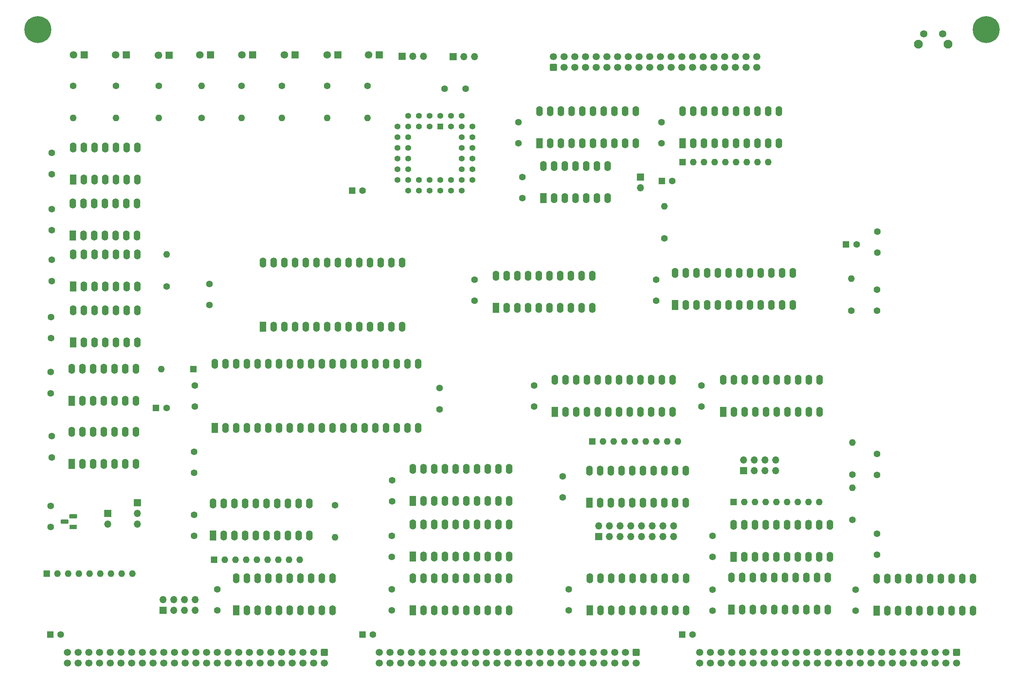
<source format=gbr>
%TF.GenerationSoftware,KiCad,Pcbnew,(6.0.11)*%
%TF.CreationDate,2023-11-12T10:31:32-06:00*%
%TF.ProjectId,processor.65816,70726f63-6573-4736-9f72-2e3635383136,v0.81*%
%TF.SameCoordinates,Original*%
%TF.FileFunction,Soldermask,Top*%
%TF.FilePolarity,Negative*%
%FSLAX46Y46*%
G04 Gerber Fmt 4.6, Leading zero omitted, Abs format (unit mm)*
G04 Created by KiCad (PCBNEW (6.0.11)) date 2023-11-12 10:31:32*
%MOMM*%
%LPD*%
G01*
G04 APERTURE LIST*
G04 Aperture macros list*
%AMRoundRect*
0 Rectangle with rounded corners*
0 $1 Rounding radius*
0 $2 $3 $4 $5 $6 $7 $8 $9 X,Y pos of 4 corners*
0 Add a 4 corners polygon primitive as box body*
4,1,4,$2,$3,$4,$5,$6,$7,$8,$9,$2,$3,0*
0 Add four circle primitives for the rounded corners*
1,1,$1+$1,$2,$3*
1,1,$1+$1,$4,$5*
1,1,$1+$1,$6,$7*
1,1,$1+$1,$8,$9*
0 Add four rect primitives between the rounded corners*
20,1,$1+$1,$2,$3,$4,$5,0*
20,1,$1+$1,$4,$5,$6,$7,0*
20,1,$1+$1,$6,$7,$8,$9,0*
20,1,$1+$1,$8,$9,$2,$3,0*%
G04 Aperture macros list end*
%ADD10RoundRect,0.250000X-0.600000X0.600000X-0.600000X-0.600000X0.600000X-0.600000X0.600000X0.600000X0*%
%ADD11C,1.700000*%
%ADD12C,1.600000*%
%ADD13R,1.600000X1.600000*%
%ADD14R,1.800000X1.800000*%
%ADD15C,1.800000*%
%ADD16O,1.600000X1.600000*%
%ADD17R,1.600000X2.400000*%
%ADD18O,1.600000X2.400000*%
%ADD19R,1.800000X1.100000*%
%ADD20RoundRect,0.275000X0.625000X-0.275000X0.625000X0.275000X-0.625000X0.275000X-0.625000X-0.275000X0*%
%ADD21C,6.400000*%
%ADD22R,1.700000X1.700000*%
%ADD23O,1.700000X1.700000*%
%ADD24RoundRect,0.250000X0.600000X-0.600000X0.600000X0.600000X-0.600000X0.600000X-0.600000X-0.600000X0*%
%ADD25R,1.422400X1.422400*%
%ADD26C,1.422400*%
%ADD27C,2.100000*%
%ADD28C,1.750000*%
G04 APERTURE END LIST*
D10*
%TO.C,P1*%
X108000000Y-223000000D03*
D11*
X108000000Y-225540000D03*
X105460000Y-223000000D03*
X105460000Y-225540000D03*
X102920000Y-223000000D03*
X102920000Y-225540000D03*
X100380000Y-223000000D03*
X100380000Y-225540000D03*
X97840000Y-223000000D03*
X97840000Y-225540000D03*
X95300000Y-223000000D03*
X95300000Y-225540000D03*
X92760000Y-223000000D03*
X92760000Y-225540000D03*
X90220000Y-223000000D03*
X90220000Y-225540000D03*
X87680000Y-223000000D03*
X87680000Y-225540000D03*
X85140000Y-223000000D03*
X85140000Y-225540000D03*
X82600000Y-223000000D03*
X82600000Y-225540000D03*
X80060000Y-223000000D03*
X80060000Y-225540000D03*
X77520000Y-223000000D03*
X77520000Y-225540000D03*
X74980000Y-223000000D03*
X74980000Y-225540000D03*
X72440000Y-223000000D03*
X72440000Y-225540000D03*
X69900000Y-223000000D03*
X69900000Y-225540000D03*
X67360000Y-223000000D03*
X67360000Y-225540000D03*
X64820000Y-223000000D03*
X64820000Y-225540000D03*
X62280000Y-223000000D03*
X62280000Y-225540000D03*
X59740000Y-223000000D03*
X59740000Y-225540000D03*
X57200000Y-223000000D03*
X57200000Y-225540000D03*
X54660000Y-223000000D03*
X54660000Y-225540000D03*
X52120000Y-223000000D03*
X52120000Y-225540000D03*
X49580000Y-223000000D03*
X49580000Y-225540000D03*
X47040000Y-223000000D03*
X47040000Y-225540000D03*
%TD*%
D12*
%TO.C,C2*%
X124000000Y-208000000D03*
X124000000Y-213000000D03*
%TD*%
%TO.C,C3*%
X43255000Y-129710000D03*
X43255000Y-134710000D03*
%TD*%
%TO.C,C4*%
X157750000Y-159550000D03*
X157750000Y-164550000D03*
%TD*%
%TO.C,C5*%
X77075000Y-190300000D03*
X77075000Y-195300000D03*
%TD*%
%TO.C,C6*%
X43000000Y-156380000D03*
X43000000Y-161380000D03*
%TD*%
%TO.C,C8*%
X166000000Y-208000000D03*
X166000000Y-213000000D03*
%TD*%
%TO.C,C9*%
X200075000Y-195250000D03*
X200075000Y-200250000D03*
%TD*%
%TO.C,C10*%
X43255000Y-171620000D03*
X43255000Y-176620000D03*
%TD*%
%TO.C,C11*%
X43255000Y-117645000D03*
X43255000Y-122645000D03*
%TD*%
%TO.C,C14*%
X239250000Y-123000000D03*
X239250000Y-128000000D03*
%TD*%
%TO.C,C15*%
X143600000Y-134400000D03*
X143600000Y-139400000D03*
%TD*%
D13*
%TO.C,C25*%
X42929600Y-218750000D03*
D12*
X45429600Y-218750000D03*
%TD*%
D13*
%TO.C,C26*%
X68019900Y-164900000D03*
D12*
X70519900Y-164900000D03*
%TD*%
%TO.C,C17*%
X80720000Y-135390000D03*
X80720000Y-140390000D03*
%TD*%
%TO.C,C20*%
X124000000Y-195300000D03*
X124000000Y-200300000D03*
%TD*%
%TO.C,C21*%
X77075000Y-175300000D03*
X77075000Y-180300000D03*
%TD*%
%TO.C,C22*%
X164540000Y-181145000D03*
X164540000Y-186145000D03*
%TD*%
%TO.C,C23*%
X135330000Y-165190000D03*
X135330000Y-160190000D03*
%TD*%
D13*
%TO.C,C27*%
X117000000Y-218750000D03*
D12*
X119500000Y-218750000D03*
%TD*%
D13*
%TO.C,C28*%
X192884700Y-218750000D03*
D12*
X195384700Y-218750000D03*
%TD*%
D13*
%TO.C,C29*%
X188044900Y-111000000D03*
D12*
X190544900Y-111000000D03*
%TD*%
D14*
%TO.C,D4*%
X81000000Y-81000000D03*
D15*
X78460000Y-81000000D03*
%TD*%
D14*
%TO.C,D5*%
X61000000Y-81000000D03*
D15*
X58460000Y-81000000D03*
%TD*%
D13*
%TO.C,D6*%
X76910000Y-155705000D03*
D16*
X69290000Y-155705000D03*
%TD*%
D14*
%TO.C,D1*%
X91000000Y-81000000D03*
D15*
X88460000Y-81000000D03*
%TD*%
D14*
%TO.C,D2*%
X101000000Y-81000000D03*
D15*
X98460000Y-81000000D03*
%TD*%
D12*
%TO.C,R5*%
X68655000Y-88395000D03*
D16*
X68655000Y-96015000D03*
%TD*%
D12*
%TO.C,R6*%
X58495000Y-88395000D03*
D16*
X58495000Y-96015000D03*
%TD*%
D17*
%TO.C,U4*%
X48000000Y-163200000D03*
D18*
X50540000Y-163200000D03*
X53080000Y-163200000D03*
X55620000Y-163200000D03*
X58160000Y-163200000D03*
X60700000Y-163200000D03*
X63240000Y-163200000D03*
X63240000Y-155580000D03*
X60700000Y-155580000D03*
X58160000Y-155580000D03*
X55620000Y-155580000D03*
X53080000Y-155580000D03*
X50540000Y-155580000D03*
X48000000Y-155580000D03*
%TD*%
D17*
%TO.C,U5*%
X128975000Y-200200000D03*
D18*
X131515000Y-200200000D03*
X134055000Y-200200000D03*
X136595000Y-200200000D03*
X139135000Y-200200000D03*
X141675000Y-200200000D03*
X144215000Y-200200000D03*
X146755000Y-200200000D03*
X149295000Y-200200000D03*
X151835000Y-200200000D03*
X151835000Y-192580000D03*
X149295000Y-192580000D03*
X146755000Y-192580000D03*
X144215000Y-192580000D03*
X141675000Y-192580000D03*
X139135000Y-192580000D03*
X136595000Y-192580000D03*
X134055000Y-192580000D03*
X131515000Y-192580000D03*
X128975000Y-192580000D03*
%TD*%
D17*
%TO.C,U6*%
X81575000Y-195200000D03*
D18*
X84115000Y-195200000D03*
X86655000Y-195200000D03*
X89195000Y-195200000D03*
X91735000Y-195200000D03*
X94275000Y-195200000D03*
X96815000Y-195200000D03*
X99355000Y-195200000D03*
X101895000Y-195200000D03*
X104435000Y-195200000D03*
X104435000Y-187580000D03*
X101895000Y-187580000D03*
X99355000Y-187580000D03*
X96815000Y-187580000D03*
X94275000Y-187580000D03*
X91735000Y-187580000D03*
X89195000Y-187580000D03*
X86655000Y-187580000D03*
X84115000Y-187580000D03*
X81575000Y-187580000D03*
%TD*%
D17*
%TO.C,U8*%
X171000000Y-213000000D03*
D18*
X173540000Y-213000000D03*
X176080000Y-213000000D03*
X178620000Y-213000000D03*
X181160000Y-213000000D03*
X183700000Y-213000000D03*
X186240000Y-213000000D03*
X188780000Y-213000000D03*
X191320000Y-213000000D03*
X193860000Y-213000000D03*
X193860000Y-205380000D03*
X191320000Y-205380000D03*
X188780000Y-205380000D03*
X186240000Y-205380000D03*
X183700000Y-205380000D03*
X181160000Y-205380000D03*
X178620000Y-205380000D03*
X176080000Y-205380000D03*
X173540000Y-205380000D03*
X171000000Y-205380000D03*
%TD*%
D19*
%TO.C,U15*%
X48400000Y-193200000D03*
D20*
X46330000Y-191930000D03*
X48400000Y-190660000D03*
%TD*%
D17*
%TO.C,U1*%
X128975000Y-213000000D03*
D18*
X131515000Y-213000000D03*
X134055000Y-213000000D03*
X136595000Y-213000000D03*
X139135000Y-213000000D03*
X141675000Y-213000000D03*
X144215000Y-213000000D03*
X146755000Y-213000000D03*
X149295000Y-213000000D03*
X151835000Y-213000000D03*
X151835000Y-205380000D03*
X149295000Y-205380000D03*
X146755000Y-205380000D03*
X144215000Y-205380000D03*
X141675000Y-205380000D03*
X139135000Y-205380000D03*
X136595000Y-205380000D03*
X134055000Y-205380000D03*
X131515000Y-205380000D03*
X128975000Y-205380000D03*
%TD*%
D10*
%TO.C,P2*%
X182000000Y-223000000D03*
D11*
X182000000Y-225540000D03*
X179460000Y-223000000D03*
X179460000Y-225540000D03*
X176920000Y-223000000D03*
X176920000Y-225540000D03*
X174380000Y-223000000D03*
X174380000Y-225540000D03*
X171840000Y-223000000D03*
X171840000Y-225540000D03*
X169300000Y-223000000D03*
X169300000Y-225540000D03*
X166760000Y-223000000D03*
X166760000Y-225540000D03*
X164220000Y-223000000D03*
X164220000Y-225540000D03*
X161680000Y-223000000D03*
X161680000Y-225540000D03*
X159140000Y-223000000D03*
X159140000Y-225540000D03*
X156600000Y-223000000D03*
X156600000Y-225540000D03*
X154060000Y-223000000D03*
X154060000Y-225540000D03*
X151520000Y-223000000D03*
X151520000Y-225540000D03*
X148980000Y-223000000D03*
X148980000Y-225540000D03*
X146440000Y-223000000D03*
X146440000Y-225540000D03*
X143900000Y-223000000D03*
X143900000Y-225540000D03*
X141360000Y-223000000D03*
X141360000Y-225540000D03*
X138820000Y-223000000D03*
X138820000Y-225540000D03*
X136280000Y-223000000D03*
X136280000Y-225540000D03*
X133740000Y-223000000D03*
X133740000Y-225540000D03*
X131200000Y-223000000D03*
X131200000Y-225540000D03*
X128660000Y-223000000D03*
X128660000Y-225540000D03*
X126120000Y-223000000D03*
X126120000Y-225540000D03*
X123580000Y-223000000D03*
X123580000Y-225540000D03*
X121040000Y-223000000D03*
X121040000Y-225540000D03*
%TD*%
D21*
%TO.C,H2*%
X265000000Y-75000000D03*
%TD*%
D13*
%TO.C,RN1*%
X81800000Y-201000000D03*
D16*
X84340000Y-201000000D03*
X86880000Y-201000000D03*
X89420000Y-201000000D03*
X91960000Y-201000000D03*
X94500000Y-201000000D03*
X97040000Y-201000000D03*
X99580000Y-201000000D03*
X102120000Y-201000000D03*
%TD*%
D17*
%TO.C,U11*%
X87075000Y-213025000D03*
D18*
X89615000Y-213025000D03*
X92155000Y-213025000D03*
X94695000Y-213025000D03*
X97235000Y-213025000D03*
X99775000Y-213025000D03*
X102315000Y-213025000D03*
X104855000Y-213025000D03*
X107395000Y-213025000D03*
X109935000Y-213025000D03*
X109935000Y-205405000D03*
X107395000Y-205405000D03*
X104855000Y-205405000D03*
X102315000Y-205405000D03*
X99775000Y-205405000D03*
X97235000Y-205405000D03*
X94695000Y-205405000D03*
X92155000Y-205405000D03*
X89615000Y-205405000D03*
X87075000Y-205405000D03*
%TD*%
D12*
%TO.C,C19*%
X43000000Y-188200000D03*
X43000000Y-193200000D03*
%TD*%
%TO.C,C18*%
X43125000Y-143300000D03*
X43125000Y-148300000D03*
%TD*%
%TO.C,C12*%
X77250000Y-159550000D03*
X77250000Y-164550000D03*
%TD*%
%TO.C,C16*%
X82575000Y-208025000D03*
X82575000Y-213025000D03*
%TD*%
D17*
%TO.C,U3*%
X48000000Y-178200000D03*
D18*
X50540000Y-178200000D03*
X53080000Y-178200000D03*
X55620000Y-178200000D03*
X58160000Y-178200000D03*
X60700000Y-178200000D03*
X63240000Y-178200000D03*
X63240000Y-170580000D03*
X60700000Y-170580000D03*
X58160000Y-170580000D03*
X55620000Y-170580000D03*
X53080000Y-170580000D03*
X50540000Y-170580000D03*
X48000000Y-170580000D03*
%TD*%
D21*
%TO.C,H1*%
X40000000Y-75000000D03*
%TD*%
D14*
%TO.C,D7*%
X51000000Y-81000000D03*
D15*
X48460000Y-81000000D03*
%TD*%
D10*
%TO.C,P3*%
X258000000Y-223000000D03*
D11*
X258000000Y-225540000D03*
X255460000Y-223000000D03*
X255460000Y-225540000D03*
X252920000Y-223000000D03*
X252920000Y-225540000D03*
X250380000Y-223000000D03*
X250380000Y-225540000D03*
X247840000Y-223000000D03*
X247840000Y-225540000D03*
X245300000Y-223000000D03*
X245300000Y-225540000D03*
X242760000Y-223000000D03*
X242760000Y-225540000D03*
X240220000Y-223000000D03*
X240220000Y-225540000D03*
X237680000Y-223000000D03*
X237680000Y-225540000D03*
X235140000Y-223000000D03*
X235140000Y-225540000D03*
X232600000Y-223000000D03*
X232600000Y-225540000D03*
X230060000Y-223000000D03*
X230060000Y-225540000D03*
X227520000Y-223000000D03*
X227520000Y-225540000D03*
X224980000Y-223000000D03*
X224980000Y-225540000D03*
X222440000Y-223000000D03*
X222440000Y-225540000D03*
X219900000Y-223000000D03*
X219900000Y-225540000D03*
X217360000Y-223000000D03*
X217360000Y-225540000D03*
X214820000Y-223000000D03*
X214820000Y-225540000D03*
X212280000Y-223000000D03*
X212280000Y-225540000D03*
X209740000Y-223000000D03*
X209740000Y-225540000D03*
X207200000Y-223000000D03*
X207200000Y-225540000D03*
X204660000Y-223000000D03*
X204660000Y-225540000D03*
X202120000Y-223000000D03*
X202120000Y-225540000D03*
X199580000Y-223000000D03*
X199580000Y-225540000D03*
X197040000Y-223000000D03*
X197040000Y-225540000D03*
%TD*%
D17*
%TO.C,U13*%
X48255000Y-123875000D03*
D18*
X50795000Y-123875000D03*
X53335000Y-123875000D03*
X55875000Y-123875000D03*
X58415000Y-123875000D03*
X60955000Y-123875000D03*
X63495000Y-123875000D03*
X63495000Y-116255000D03*
X60955000Y-116255000D03*
X58415000Y-116255000D03*
X55875000Y-116255000D03*
X53335000Y-116255000D03*
X50795000Y-116255000D03*
X48255000Y-116255000D03*
%TD*%
D12*
%TO.C,C36*%
X188000000Y-97000000D03*
X188000000Y-102000000D03*
%TD*%
%TO.C,C38*%
X124075000Y-182050000D03*
X124075000Y-187050000D03*
%TD*%
D13*
%TO.C,C46*%
X114544900Y-113250000D03*
D12*
X117044900Y-113250000D03*
%TD*%
D14*
%TO.C,D8*%
X121000000Y-81000000D03*
D15*
X118460000Y-81000000D03*
%TD*%
D17*
%TO.C,U19*%
X93430000Y-145550000D03*
D18*
X95970000Y-145550000D03*
X98510000Y-145550000D03*
X101050000Y-145550000D03*
X103590000Y-145550000D03*
X106130000Y-145550000D03*
X108670000Y-145550000D03*
X111210000Y-145550000D03*
X113750000Y-145550000D03*
X116290000Y-145550000D03*
X118830000Y-145550000D03*
X121370000Y-145550000D03*
X123910000Y-145550000D03*
X126450000Y-145550000D03*
X126450000Y-130310000D03*
X123910000Y-130310000D03*
X121370000Y-130310000D03*
X118830000Y-130310000D03*
X116290000Y-130310000D03*
X113750000Y-130310000D03*
X111210000Y-130310000D03*
X108670000Y-130310000D03*
X106130000Y-130310000D03*
X103590000Y-130310000D03*
X101050000Y-130310000D03*
X98510000Y-130310000D03*
X95970000Y-130310000D03*
X93430000Y-130310000D03*
%TD*%
D17*
%TO.C,U7*%
X48335000Y-149355000D03*
D18*
X50875000Y-149355000D03*
X53415000Y-149355000D03*
X55955000Y-149355000D03*
X58495000Y-149355000D03*
X61035000Y-149355000D03*
X63575000Y-149355000D03*
X63575000Y-141735000D03*
X61035000Y-141735000D03*
X58495000Y-141735000D03*
X55955000Y-141735000D03*
X53415000Y-141735000D03*
X50875000Y-141735000D03*
X48335000Y-141735000D03*
%TD*%
D13*
%TO.C,C1*%
X231794900Y-126000000D03*
D12*
X234294900Y-126000000D03*
%TD*%
D14*
%TO.C,D9*%
X111180000Y-81000000D03*
D15*
X108640000Y-81000000D03*
%TD*%
D22*
%TO.C,JP7*%
X69700000Y-213025000D03*
D23*
X69700000Y-210485000D03*
X72240000Y-213025000D03*
X72240000Y-210485000D03*
X74780000Y-213025000D03*
X74780000Y-210485000D03*
X77320000Y-213025000D03*
X77320000Y-210485000D03*
%TD*%
D13*
%TO.C,RN4*%
X42075000Y-204250000D03*
D16*
X44615000Y-204250000D03*
X47155000Y-204250000D03*
X49695000Y-204250000D03*
X52235000Y-204250000D03*
X54775000Y-204250000D03*
X57315000Y-204250000D03*
X59855000Y-204250000D03*
X62395000Y-204250000D03*
%TD*%
D24*
%TO.C,J11*%
X162370000Y-83947500D03*
D11*
X162370000Y-81407500D03*
X164910000Y-83947500D03*
X164910000Y-81407500D03*
X167450000Y-83947500D03*
X167450000Y-81407500D03*
X169990000Y-83947500D03*
X169990000Y-81407500D03*
X172530000Y-83947500D03*
X172530000Y-81407500D03*
X175070000Y-83947500D03*
X175070000Y-81407500D03*
X177610000Y-83947500D03*
X177610000Y-81407500D03*
X180150000Y-83947500D03*
X180150000Y-81407500D03*
X182690000Y-83947500D03*
X182690000Y-81407500D03*
X185230000Y-83947500D03*
X185230000Y-81407500D03*
X187770000Y-83947500D03*
X187770000Y-81407500D03*
X190310000Y-83947500D03*
X190310000Y-81407500D03*
X192850000Y-83947500D03*
X192850000Y-81407500D03*
X195390000Y-83947500D03*
X195390000Y-81407500D03*
X197930000Y-83947500D03*
X197930000Y-81407500D03*
X200470000Y-83947500D03*
X200470000Y-81407500D03*
X203010000Y-83947500D03*
X203010000Y-81407500D03*
X205550000Y-83947500D03*
X205550000Y-81407500D03*
X208090000Y-83947500D03*
X208090000Y-81407500D03*
X210630000Y-83947500D03*
X210630000Y-81407500D03*
%TD*%
D13*
%TO.C,RN5*%
X193000000Y-106500000D03*
D16*
X195540000Y-106500000D03*
X198080000Y-106500000D03*
X200620000Y-106500000D03*
X203160000Y-106500000D03*
X205700000Y-106500000D03*
X208240000Y-106500000D03*
X210780000Y-106500000D03*
X213320000Y-106500000D03*
%TD*%
D17*
%TO.C,U31*%
X193000000Y-102000000D03*
D18*
X195540000Y-102000000D03*
X198080000Y-102000000D03*
X200620000Y-102000000D03*
X203160000Y-102000000D03*
X205700000Y-102000000D03*
X208240000Y-102000000D03*
X210780000Y-102000000D03*
X213320000Y-102000000D03*
X215860000Y-102000000D03*
X215860000Y-94380000D03*
X213320000Y-94380000D03*
X210780000Y-94380000D03*
X208240000Y-94380000D03*
X205700000Y-94380000D03*
X203160000Y-94380000D03*
X200620000Y-94380000D03*
X198080000Y-94380000D03*
X195540000Y-94380000D03*
X193000000Y-94380000D03*
%TD*%
D17*
%TO.C,U33*%
X159000000Y-102000000D03*
D18*
X161540000Y-102000000D03*
X164080000Y-102000000D03*
X166620000Y-102000000D03*
X169160000Y-102000000D03*
X171700000Y-102000000D03*
X174240000Y-102000000D03*
X176780000Y-102000000D03*
X179320000Y-102000000D03*
X181860000Y-102000000D03*
X181860000Y-94380000D03*
X179320000Y-94380000D03*
X176780000Y-94380000D03*
X174240000Y-94380000D03*
X171700000Y-94380000D03*
X169160000Y-94380000D03*
X166620000Y-94380000D03*
X164080000Y-94380000D03*
X161540000Y-94380000D03*
X159000000Y-94380000D03*
%TD*%
D17*
%TO.C,U20*%
X162630000Y-165855000D03*
D18*
X165170000Y-165855000D03*
X167710000Y-165855000D03*
X170250000Y-165855000D03*
X172790000Y-165855000D03*
X175330000Y-165855000D03*
X177870000Y-165855000D03*
X180410000Y-165855000D03*
X182950000Y-165855000D03*
X185490000Y-165855000D03*
X188030000Y-165855000D03*
X190570000Y-165855000D03*
X190570000Y-158235000D03*
X188030000Y-158235000D03*
X185490000Y-158235000D03*
X182950000Y-158235000D03*
X180410000Y-158235000D03*
X177870000Y-158235000D03*
X175330000Y-158235000D03*
X172790000Y-158235000D03*
X170250000Y-158235000D03*
X167710000Y-158235000D03*
X165170000Y-158235000D03*
X162630000Y-158235000D03*
%TD*%
D12*
%TO.C,C37*%
X200075000Y-208050000D03*
X200075000Y-213050000D03*
%TD*%
D22*
%TO.C,JP10*%
X207500000Y-179775000D03*
D23*
X207500000Y-177235000D03*
X210040000Y-179775000D03*
X210040000Y-177235000D03*
X212580000Y-179775000D03*
X212580000Y-177235000D03*
X215120000Y-179775000D03*
X215120000Y-177235000D03*
%TD*%
D13*
%TO.C,RN8*%
X205075000Y-187250000D03*
D16*
X207615000Y-187250000D03*
X210155000Y-187250000D03*
X212695000Y-187250000D03*
X215235000Y-187250000D03*
X217775000Y-187250000D03*
X220315000Y-187250000D03*
X222855000Y-187250000D03*
X225395000Y-187250000D03*
%TD*%
D17*
%TO.C,U9*%
X191205000Y-140455000D03*
D18*
X193745000Y-140455000D03*
X196285000Y-140455000D03*
X198825000Y-140455000D03*
X201365000Y-140455000D03*
X203905000Y-140455000D03*
X206445000Y-140455000D03*
X208985000Y-140455000D03*
X211525000Y-140455000D03*
X214065000Y-140455000D03*
X216605000Y-140455000D03*
X219145000Y-140455000D03*
X219145000Y-132835000D03*
X216605000Y-132835000D03*
X214065000Y-132835000D03*
X211525000Y-132835000D03*
X208985000Y-132835000D03*
X206445000Y-132835000D03*
X203905000Y-132835000D03*
X201365000Y-132835000D03*
X198825000Y-132835000D03*
X196285000Y-132835000D03*
X193745000Y-132835000D03*
X191205000Y-132835000D03*
%TD*%
D17*
%TO.C,U10*%
X148670000Y-141090000D03*
D18*
X151210000Y-141090000D03*
X153750000Y-141090000D03*
X156290000Y-141090000D03*
X158830000Y-141090000D03*
X161370000Y-141090000D03*
X163910000Y-141090000D03*
X166450000Y-141090000D03*
X168990000Y-141090000D03*
X171530000Y-141090000D03*
X171530000Y-133470000D03*
X168990000Y-133470000D03*
X166450000Y-133470000D03*
X163910000Y-133470000D03*
X161370000Y-133470000D03*
X158830000Y-133470000D03*
X156290000Y-133470000D03*
X153750000Y-133470000D03*
X151210000Y-133470000D03*
X148670000Y-133470000D03*
%TD*%
D17*
%TO.C,U12*%
X205075000Y-200250000D03*
D18*
X207615000Y-200250000D03*
X210155000Y-200250000D03*
X212695000Y-200250000D03*
X215235000Y-200250000D03*
X217775000Y-200250000D03*
X220315000Y-200250000D03*
X222855000Y-200250000D03*
X225395000Y-200250000D03*
X227935000Y-200250000D03*
X227935000Y-192630000D03*
X225395000Y-192630000D03*
X222855000Y-192630000D03*
X220315000Y-192630000D03*
X217775000Y-192630000D03*
X215235000Y-192630000D03*
X212695000Y-192630000D03*
X210155000Y-192630000D03*
X207615000Y-192630000D03*
X205075000Y-192630000D03*
%TD*%
D17*
%TO.C,U23*%
X128950000Y-187000000D03*
D18*
X131490000Y-187000000D03*
X134030000Y-187000000D03*
X136570000Y-187000000D03*
X139110000Y-187000000D03*
X141650000Y-187000000D03*
X144190000Y-187000000D03*
X146730000Y-187000000D03*
X149270000Y-187000000D03*
X151810000Y-187000000D03*
X151810000Y-179380000D03*
X149270000Y-179380000D03*
X146730000Y-179380000D03*
X144190000Y-179380000D03*
X141650000Y-179380000D03*
X139110000Y-179380000D03*
X136570000Y-179380000D03*
X134030000Y-179380000D03*
X131490000Y-179380000D03*
X128950000Y-179380000D03*
%TD*%
D12*
%TO.C,C30*%
X239125000Y-175800000D03*
X239125000Y-180800000D03*
%TD*%
%TO.C,C31*%
X154000000Y-97000000D03*
X154000000Y-102000000D03*
%TD*%
%TO.C,C32*%
X239125000Y-194800000D03*
X239125000Y-199800000D03*
%TD*%
%TO.C,C33*%
X239125000Y-136800000D03*
X239125000Y-141800000D03*
%TD*%
%TO.C,C34*%
X43255000Y-104310000D03*
X43255000Y-109310000D03*
%TD*%
%TO.C,C35*%
X136500000Y-89000000D03*
X141500000Y-89000000D03*
%TD*%
D25*
%TO.C,U14*%
X135500000Y-98000000D03*
D26*
X132960000Y-95460000D03*
X132960000Y-98000000D03*
X130420000Y-95460000D03*
X130420000Y-98000000D03*
X127880000Y-95460000D03*
X125340000Y-98000000D03*
X127880000Y-98000000D03*
X125340000Y-100540000D03*
X127880000Y-100540000D03*
X125340000Y-103080000D03*
X127880000Y-103080000D03*
X125340000Y-105620000D03*
X127880000Y-105620000D03*
X125340000Y-108160000D03*
X127880000Y-108160000D03*
X125340000Y-110700000D03*
X127880000Y-113240000D03*
X127880000Y-110700000D03*
X130420000Y-113240000D03*
X130420000Y-110700000D03*
X132960000Y-113240000D03*
X132960000Y-110700000D03*
X135500000Y-113240000D03*
X135500000Y-110700000D03*
X138040000Y-113240000D03*
X138040000Y-110700000D03*
X140580000Y-113240000D03*
X143120000Y-110700000D03*
X140580000Y-110700000D03*
X143120000Y-108160000D03*
X140580000Y-108160000D03*
X143120000Y-105620000D03*
X140580000Y-105620000D03*
X143120000Y-103080000D03*
X140580000Y-103080000D03*
X143120000Y-100540000D03*
X140580000Y-100540000D03*
X143120000Y-98000000D03*
X140580000Y-95460000D03*
X140580000Y-98000000D03*
X138040000Y-95460000D03*
X138040000Y-98000000D03*
X135500000Y-95460000D03*
%TD*%
D17*
%TO.C,U2*%
X160000000Y-115000000D03*
D18*
X162540000Y-115000000D03*
X165080000Y-115000000D03*
X167620000Y-115000000D03*
X170160000Y-115000000D03*
X172700000Y-115000000D03*
X175240000Y-115000000D03*
X175240000Y-107380000D03*
X172700000Y-107380000D03*
X170160000Y-107380000D03*
X167620000Y-107380000D03*
X165080000Y-107380000D03*
X162540000Y-107380000D03*
X160000000Y-107380000D03*
%TD*%
D22*
%TO.C,JP13*%
X183000000Y-110000000D03*
D23*
X183000000Y-112540000D03*
%TD*%
D14*
%TO.C,D3*%
X71175000Y-81065000D03*
D15*
X68635000Y-81065000D03*
%TD*%
D12*
%TO.C,R4*%
X97865000Y-88395000D03*
D16*
X97865000Y-96015000D03*
%TD*%
D27*
%TO.C,SW1*%
X255985000Y-78452500D03*
X248975000Y-78452500D03*
D28*
X250225000Y-75962500D03*
X254725000Y-75962500D03*
%TD*%
D12*
%TO.C,C39*%
X155000000Y-110000000D03*
X155000000Y-115000000D03*
%TD*%
%TO.C,R1*%
X188670000Y-124590000D03*
D16*
X188670000Y-116970000D03*
%TD*%
D17*
%TO.C,U18*%
X202640000Y-165865000D03*
D18*
X205180000Y-165865000D03*
X207720000Y-165865000D03*
X210260000Y-165865000D03*
X212800000Y-165865000D03*
X215340000Y-165865000D03*
X217880000Y-165865000D03*
X220420000Y-165865000D03*
X222960000Y-165865000D03*
X225500000Y-165865000D03*
X225500000Y-158245000D03*
X222960000Y-158245000D03*
X220420000Y-158245000D03*
X217880000Y-158245000D03*
X215340000Y-158245000D03*
X212800000Y-158245000D03*
X210260000Y-158245000D03*
X207720000Y-158245000D03*
X205180000Y-158245000D03*
X202640000Y-158245000D03*
%TD*%
D12*
%TO.C,C13*%
X197500000Y-159550000D03*
X197500000Y-164550000D03*
%TD*%
%TO.C,C24*%
X186750000Y-134400000D03*
X186750000Y-139400000D03*
%TD*%
%TO.C,R8*%
X78815000Y-96015000D03*
D16*
X78815000Y-88395000D03*
%TD*%
D17*
%TO.C,U22*%
X170895000Y-187445000D03*
D18*
X173435000Y-187445000D03*
X175975000Y-187445000D03*
X178515000Y-187445000D03*
X181055000Y-187445000D03*
X183595000Y-187445000D03*
X186135000Y-187445000D03*
X188675000Y-187445000D03*
X191215000Y-187445000D03*
X193755000Y-187445000D03*
X193755000Y-179825000D03*
X191215000Y-179825000D03*
X188675000Y-179825000D03*
X186135000Y-179825000D03*
X183595000Y-179825000D03*
X181055000Y-179825000D03*
X178515000Y-179825000D03*
X175975000Y-179825000D03*
X173435000Y-179825000D03*
X170895000Y-179825000D03*
%TD*%
D12*
%TO.C,R12*%
X108660000Y-88395000D03*
D16*
X108660000Y-96015000D03*
%TD*%
D12*
%TO.C,R10*%
X110500000Y-188000000D03*
D16*
X110500000Y-195620000D03*
%TD*%
D22*
%TO.C,JP1*%
X63575000Y-187455000D03*
D23*
X63575000Y-189995000D03*
X63575000Y-192535000D03*
%TD*%
D12*
%TO.C,R3*%
X233250000Y-191500000D03*
D16*
X233250000Y-183880000D03*
%TD*%
D22*
%TO.C,J3*%
X126455000Y-81340000D03*
D23*
X128995000Y-81340000D03*
X131535000Y-81340000D03*
%TD*%
D22*
%TO.C,J1*%
X173125000Y-195475000D03*
D23*
X173125000Y-192935000D03*
X175665000Y-195475000D03*
X175665000Y-192935000D03*
X178205000Y-195475000D03*
X178205000Y-192935000D03*
X180745000Y-195475000D03*
X180745000Y-192935000D03*
X183285000Y-195475000D03*
X183285000Y-192935000D03*
X185825000Y-195475000D03*
X185825000Y-192935000D03*
X188365000Y-195475000D03*
X188365000Y-192935000D03*
X190905000Y-195475000D03*
X190905000Y-192935000D03*
%TD*%
D12*
%TO.C,R11*%
X118185000Y-88395000D03*
D16*
X118185000Y-96015000D03*
%TD*%
D17*
%TO.C,U27*%
X239075000Y-213050000D03*
D18*
X241615000Y-213050000D03*
X244155000Y-213050000D03*
X246695000Y-213050000D03*
X249235000Y-213050000D03*
X251775000Y-213050000D03*
X254315000Y-213050000D03*
X256855000Y-213050000D03*
X259395000Y-213050000D03*
X261935000Y-213050000D03*
X261935000Y-205430000D03*
X259395000Y-205430000D03*
X256855000Y-205430000D03*
X254315000Y-205430000D03*
X251775000Y-205430000D03*
X249235000Y-205430000D03*
X246695000Y-205430000D03*
X244155000Y-205430000D03*
X241615000Y-205430000D03*
X239075000Y-205430000D03*
%TD*%
D12*
%TO.C,C40*%
X234075000Y-208050000D03*
X234075000Y-213050000D03*
%TD*%
%TO.C,R7*%
X233000000Y-141810000D03*
D16*
X233000000Y-134190000D03*
%TD*%
D22*
%TO.C,JP2*%
X56590000Y-189995000D03*
D23*
X56590000Y-192535000D03*
%TD*%
D12*
%TO.C,R14*%
X88340000Y-88395000D03*
D16*
X88340000Y-96015000D03*
%TD*%
D12*
%TO.C,R13*%
X48335000Y-88395000D03*
D16*
X48335000Y-96015000D03*
%TD*%
D13*
%TO.C,RN2*%
X171525000Y-172850000D03*
D16*
X174065000Y-172850000D03*
X176605000Y-172850000D03*
X179145000Y-172850000D03*
X181685000Y-172850000D03*
X184225000Y-172850000D03*
X186765000Y-172850000D03*
X189305000Y-172850000D03*
X191845000Y-172850000D03*
%TD*%
D12*
%TO.C,R2*%
X233250000Y-180750000D03*
D16*
X233250000Y-173130000D03*
%TD*%
D17*
%TO.C,U24*%
X204545000Y-212855000D03*
D18*
X207085000Y-212855000D03*
X209625000Y-212855000D03*
X212165000Y-212855000D03*
X214705000Y-212855000D03*
X217245000Y-212855000D03*
X219785000Y-212855000D03*
X222325000Y-212855000D03*
X224865000Y-212855000D03*
X227405000Y-212855000D03*
X227405000Y-205235000D03*
X224865000Y-205235000D03*
X222325000Y-205235000D03*
X219785000Y-205235000D03*
X217245000Y-205235000D03*
X214705000Y-205235000D03*
X212165000Y-205235000D03*
X209625000Y-205235000D03*
X207085000Y-205235000D03*
X204545000Y-205235000D03*
%TD*%
D17*
%TO.C,U17*%
X48330000Y-136010000D03*
D18*
X50870000Y-136010000D03*
X53410000Y-136010000D03*
X55950000Y-136010000D03*
X58490000Y-136010000D03*
X61030000Y-136010000D03*
X63570000Y-136010000D03*
X63570000Y-128390000D03*
X61030000Y-128390000D03*
X58490000Y-128390000D03*
X55950000Y-128390000D03*
X53410000Y-128390000D03*
X50870000Y-128390000D03*
X48330000Y-128390000D03*
%TD*%
D12*
%TO.C,R9*%
X70560000Y-136020000D03*
D16*
X70560000Y-128400000D03*
%TD*%
D17*
%TO.C,IC1*%
X81990000Y-169675000D03*
D18*
X84530000Y-169675000D03*
X87070000Y-169675000D03*
X89610000Y-169675000D03*
X92150000Y-169675000D03*
X94690000Y-169675000D03*
X97230000Y-169675000D03*
X99770000Y-169675000D03*
X102310000Y-169675000D03*
X104850000Y-169675000D03*
X107390000Y-169675000D03*
X109930000Y-169675000D03*
X112470000Y-169675000D03*
X115010000Y-169675000D03*
X117550000Y-169675000D03*
X120090000Y-169675000D03*
X122630000Y-169675000D03*
X125170000Y-169675000D03*
X127710000Y-169675000D03*
X130250000Y-169675000D03*
X130250000Y-154435000D03*
X127710000Y-154435000D03*
X125170000Y-154435000D03*
X122630000Y-154435000D03*
X120090000Y-154435000D03*
X117550000Y-154435000D03*
X115010000Y-154435000D03*
X112470000Y-154435000D03*
X109930000Y-154435000D03*
X107390000Y-154435000D03*
X104850000Y-154435000D03*
X102310000Y-154435000D03*
X99770000Y-154435000D03*
X97230000Y-154435000D03*
X94690000Y-154435000D03*
X92150000Y-154435000D03*
X89610000Y-154435000D03*
X87070000Y-154435000D03*
X84530000Y-154435000D03*
X81990000Y-154435000D03*
%TD*%
D17*
%TO.C,U21*%
X48330000Y-110610000D03*
D18*
X50870000Y-110610000D03*
X53410000Y-110610000D03*
X55950000Y-110610000D03*
X58490000Y-110610000D03*
X61030000Y-110610000D03*
X63570000Y-110610000D03*
X63570000Y-102990000D03*
X61030000Y-102990000D03*
X58490000Y-102990000D03*
X55950000Y-102990000D03*
X53410000Y-102990000D03*
X50870000Y-102990000D03*
X48330000Y-102990000D03*
%TD*%
D22*
%TO.C,J2*%
X138505000Y-81410000D03*
D23*
X141045000Y-81410000D03*
X143585000Y-81410000D03*
%TD*%
M02*

</source>
